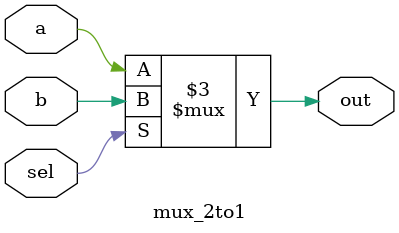
<source format=v>


module mux_2to1(
    input a, b, sel,
    output reg out
);
    always @(a or b or sel) begin
        if (sel)
            out = b;
        else
            out = a;
    end
endmodule

</source>
